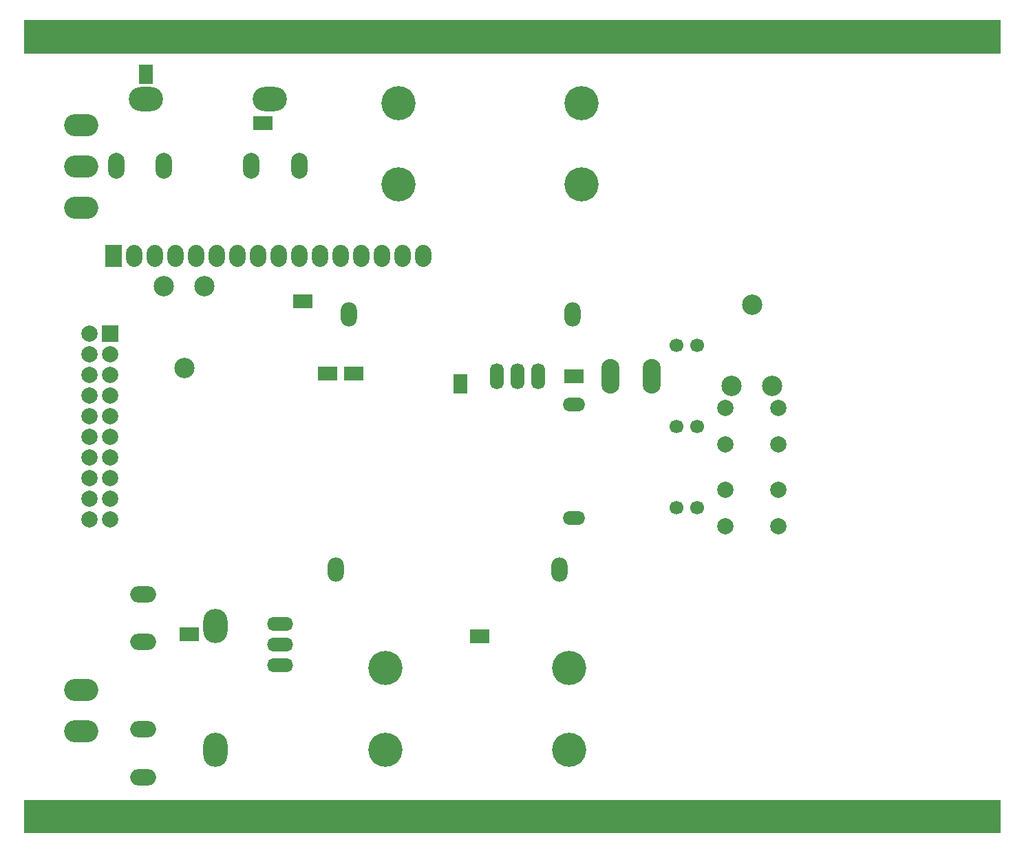
<source format=gts>
G04 --- HEADER BEGIN --- *
%TF.GenerationSoftware,LibrePCB,LibrePCB,0.1.3*%
%TF.CreationDate,2020-03-08T21:05:15*%
%TF.ProjectId,Hydro Battery Charger - default,71762d7e-e7f1-403c-8020-db9670c01e9b,v3*%
%TF.Part,Single*%
%FSLAX66Y66*%
%MOMM*%
G01*
G74*
G04 --- HEADER END --- *
G04 --- APERTURE LIST BEGIN --- *
%ADD10C,1.7*%
%ADD11C,2.0*%
%ADD12R,2.39X1.787*%
%ADD13C,2.5*%
%ADD14O,3.2X2.0*%
%ADD15O,3.2X1.7*%
%ADD16O,4.2X3.0*%
%ADD17O,4.2X2.74*%
%ADD18C,4.2*%
%ADD19R,2.0X2.0*%
%ADD20R,1.787X2.39*%
%ADD21O,2.232X4.264*%
%ADD22O,2.0X2.7*%
%ADD23R,2.0X2.7*%
%ADD24O,2.0X3.0*%
%ADD25O,3.0X4.2*%
%ADD26O,2.74X1.7*%
%ADD27O,2.0X3.2*%
%ADD28O,1.7X3.2*%
%ADD29C,0.0*%
G04 --- APERTURE LIST END --- *
G04 --- BOARD BEGIN --- *
D10*
X80230000Y50000000D03*
X82770000Y50000000D03*
D11*
X92750000Y37755000D03*
X86250000Y42245000D03*
X92750000Y42245000D03*
X86250000Y37755000D03*
D12*
X40481250Y56515000D03*
D13*
X89500000Y65000000D03*
X92000000Y55000000D03*
X87000000Y55000000D03*
D14*
X14605000Y12697500D03*
X14605000Y6847500D03*
X14605000Y29347500D03*
X14605000Y23497500D03*
D15*
X31432500Y20637500D03*
X31432500Y23177500D03*
X31432500Y25717500D03*
D16*
X14922500Y90328750D03*
X30162500Y90328750D03*
D12*
X67627500Y56197500D03*
D10*
X80230000Y60000000D03*
X82770000Y60000000D03*
D12*
X37306250Y56515000D03*
D17*
X7000000Y76920000D03*
X7000000Y82000000D03*
X7000000Y87080000D03*
D12*
X56038750Y24130000D03*
X20320000Y24447500D03*
D18*
X44450000Y10240000D03*
X44450000Y20240000D03*
D11*
X8030000Y51276250D03*
X10570000Y56356250D03*
X8030000Y58896250D03*
X8030000Y41116250D03*
X10570000Y53816250D03*
X10570000Y46196250D03*
X8030000Y46196250D03*
X8030000Y48736250D03*
X8030000Y53816250D03*
X10570000Y48736250D03*
X10570000Y38576250D03*
X10570000Y43656250D03*
X10570000Y51276250D03*
D19*
X10570000Y61436250D03*
D11*
X8030000Y61436250D03*
X8030000Y38576250D03*
X10570000Y58896250D03*
X10570000Y41116250D03*
X8030000Y43656250D03*
X8030000Y56356250D03*
D20*
X53657500Y55245000D03*
X14922500Y93345000D03*
D21*
X77152500Y56197500D03*
X72072500Y56197500D03*
D22*
X21160000Y71000000D03*
X31320000Y71000000D03*
X33860000Y71000000D03*
X16080000Y71000000D03*
X36400000Y71000000D03*
X44020000Y71000000D03*
X46560000Y71000000D03*
X28780000Y71000000D03*
X18620000Y71000000D03*
X23700000Y71000000D03*
X13540000Y71000000D03*
X38940000Y71000000D03*
X49100000Y71000000D03*
X41480000Y71000000D03*
D23*
X11000000Y71000000D03*
D22*
X26240000Y71000000D03*
D24*
X39907500Y63817500D03*
X67407500Y63817500D03*
D18*
X46037500Y89772500D03*
X46037500Y79772500D03*
D10*
X80230000Y40000000D03*
X82770000Y40000000D03*
D25*
X23495000Y10160000D03*
X23495000Y25400000D03*
D18*
X68580000Y89772500D03*
X68580000Y79772500D03*
D12*
X29368750Y87312500D03*
D26*
X67627500Y52720000D03*
X67627500Y38720000D03*
D27*
X27942500Y82073750D03*
X33792500Y82073750D03*
X11292500Y82073750D03*
X17142500Y82073750D03*
D13*
X19685000Y57230000D03*
X22185000Y67230000D03*
X17185000Y67230000D03*
D28*
X63182500Y56197500D03*
X60642500Y56197500D03*
X58102500Y56197500D03*
D18*
X66992500Y10240000D03*
X66992500Y20240000D03*
D17*
X7000000Y17540000D03*
X7000000Y12460000D03*
D12*
X34290000Y65405000D03*
D11*
X86250000Y52245000D03*
X92750000Y47755000D03*
X86250000Y47755000D03*
X92750000Y52245000D03*
D24*
X38320000Y32385000D03*
X65820000Y32385000D03*
D29*
X0Y100000000D02*
X120000000Y100000000D01*
X120000000Y96000000D01*
X0Y96000000D01*
X0Y100000000D01*
G36*
X0Y100000000D02*
X120000000Y100000000D01*
X120000000Y96000000D01*
X0Y96000000D01*
X0Y100000000D01*
G37*
X0Y0D02*
X120000000Y0D01*
X120000000Y4000000D01*
X0Y4000000D01*
X0Y0D01*
G36*
X0Y0D02*
X120000000Y0D01*
X120000000Y4000000D01*
X0Y4000000D01*
X0Y0D01*
G37*
G04 --- BOARD END --- *
%TF.MD5,acac355c1c9c98adedf953fd892c3844*%
M02*

</source>
